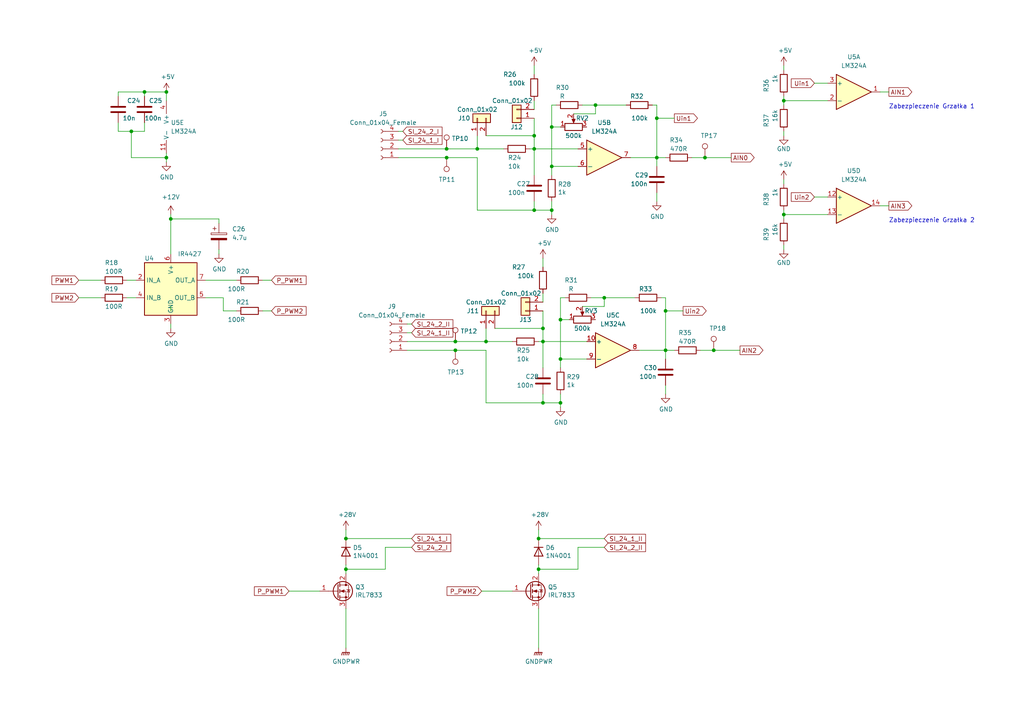
<source format=kicad_sch>
(kicad_sch (version 20231120) (generator "eeschema") (generator_version "8.0")
  (paper "A4")
  (title_block (rev "v2.0"))
  (lib_symbols
    (symbol "Amplifier_Operational:LM324A" (pin_names (offset 0.127))
      (property "Reference" "U" (at 0 5.08 0))
      (property "Value" "LM324A" (at 0 -5.08 0))
      (symbol "LM324A_1_1"
        (polyline (pts (xy -5.08 5.08) (xy 5.08 0) (xy -5.08 -5.08) (xy -5.08 5.08)) (stroke (width 0.254)) (fill (type background)))
        (pin output line (at 7.62 0 180) (length 2.54) (name "~") (number "1"))
        (pin input line (at -7.62 -2.54 0) (length 2.54) (name "-") (number "2"))
        (pin input line (at -7.62 2.54 0) (length 2.54) (name "+") (number "3"))
      )
      (symbol "LM324A_2_1"
        (polyline (pts (xy -5.08 5.08) (xy 5.08 0) (xy -5.08 -5.08) (xy -5.08 5.08)) (stroke (width 0.254)) (fill (type background)))
        (pin input line (at -7.62 2.54 0) (length 2.54) (name "+") (number "5"))
        (pin input line (at -7.62 -2.54 0) (length 2.54) (name "-") (number "6"))
        (pin output line (at 7.62 0 180) (length 2.54) (name "~") (number "7"))
      )
      (symbol "LM324A_3_1"
        (polyline (pts (xy -5.08 5.08) (xy 5.08 0) (xy -5.08 -5.08) (xy -5.08 5.08)) (stroke (width 0.254)) (fill (type background)))
        (pin input line (at -7.62 2.54 0) (length 2.54) (name "+") (number "10"))
        (pin output line (at 7.62 0 180) (length 2.54) (name "~") (number "8"))
        (pin input line (at -7.62 -2.54 0) (length 2.54) (name "-") (number "9"))
      )
      (symbol "LM324A_4_1"
        (polyline (pts (xy -5.08 5.08) (xy 5.08 0) (xy -5.08 -5.08) (xy -5.08 5.08)) (stroke (width 0.254)) (fill (type background)))
        (pin input line (at -7.62 2.54 0) (length 2.54) (name "+") (number "12"))
        (pin input line (at -7.62 -2.54 0) (length 2.54) (name "-") (number "13"))
        (pin output line (at 7.62 0 180) (length 2.54) (name "~") (number "14"))
      )
      (symbol "LM324A_5_1"
        (pin power_in line (at -2.54 -7.62 90) (length 3.81) (name "V-") (number "11"))
        (pin power_in line (at -2.54 7.62 270) (length 3.81) (name "V+") (number "4"))
      )
    )
    (symbol "Connector:Conn_01x04_Female" (pin_names (offset 1.016) hide)
      (property "Reference" "J" (at 0 5.08 0))
      (property "Value" "Conn_01x04_Female" (at 0 -7.62 0))
      (symbol "Conn_01x04_Female_1_1"
        (arc (start 0 -4.572) (mid -0.5058 -5.08) (end 0 -5.588) (stroke (width 0.1524)))
        (arc (start 0 -2.032) (mid -0.5058 -2.54) (end 0 -3.048) (stroke (width 0.1524)))
        (polyline (pts (xy -1.27 -5.08) (xy -0.508 -5.08)) (stroke (width 0.1524)))
        (polyline (pts (xy -1.27 -2.54) (xy -0.508 -2.54)) (stroke (width 0.1524)))
        (polyline (pts (xy -1.27 0) (xy -0.508 0)) (stroke (width 0.1524)))
        (polyline (pts (xy -1.27 2.54) (xy -0.508 2.54)) (stroke (width 0.1524)))
        (arc (start 0 0.508) (mid -0.5058 0) (end 0 -0.508) (stroke (width 0.1524)))
        (arc (start 0 3.048) (mid -0.5058 2.54) (end 0 2.032) (stroke (width 0.1524)))
        (pin passive line (at -5.08 2.54 0) (length 3.81) (name "Pin_1") (number "1"))
        (pin passive line (at -5.08 0 0) (length 3.81) (name "Pin_2") (number "2"))
        (pin passive line (at -5.08 -2.54 0) (length 3.81) (name "Pin_3") (number "3"))
        (pin passive line (at -5.08 -5.08 0) (length 3.81) (name "Pin_4") (number "4"))
      )
    )
    (symbol "Connector:TestPoint" (pin_numbers hide) (pin_names (offset 0.762) hide)
      (property "Reference" "TP" (at 0 6.858 0))
      (property "Value" "TestPoint" (at 0 5.08 0))
      (symbol "TestPoint_0_1"
        (circle (center 0 3.302) (radius 0.762))
      )
      (symbol "TestPoint_1_1"
        (pin passive line (at 0 0 90) (length 2.54) (name "1") (number "1"))
      )
    )
    (symbol "Connector_Generic:Conn_01x02" (pin_names (offset 1.016) hide)
      (property "Reference" "J" (at 0 2.54 0))
      (property "Value" "Conn_01x02" (at 0 -5.08 0))
      (symbol "Conn_01x02_1_1"
        (rectangle (start -1.27 -2.413) (end 0 -2.667) (stroke (width 0.1524)))
        (rectangle (start -1.27 0.127) (end 0 -0.127) (stroke (width 0.1524)))
        (rectangle (start -1.27 1.27) (end 1.27 -3.81) (stroke (width 0.254)) (fill (type background)))
        (pin passive line (at -5.08 0 0) (length 3.81) (name "Pin_1") (number "1"))
        (pin passive line (at -5.08 -2.54 0) (length 3.81) (name "Pin_2") (number "2"))
      )
    )
    (symbol "Device:C" (pin_numbers hide) (pin_names (offset 0.254))
      (property "Reference" "C" (at 0.635 2.54 0))
      (property "Value" "C" (at 0.635 -2.54 0))
      (symbol "C_0_1"
        (polyline (pts (xy -2.032 -0.762) (xy 2.032 -0.762)) (stroke (width 0.508)))
        (polyline (pts (xy -2.032 0.762) (xy 2.032 0.762)) (stroke (width 0.508)))
      )
      (symbol "C_1_1"
        (pin passive line (at 0 3.81 270) (length 2.794) (name "~") (number "1"))
        (pin passive line (at 0 -3.81 90) (length 2.794) (name "~") (number "2"))
      )
    )
    (symbol "Device:C_Polarized" (pin_numbers hide) (pin_names (offset 0.254))
      (property "Reference" "C" (at 0.635 2.54 0))
      (property "Value" "C_Polarized" (at 0.635 -2.54 0))
      (symbol "C_Polarized_0_1"
        (rectangle (start -2.286 0.508) (end 2.286 1.016))
        (polyline (pts (xy -1.778 2.286) (xy -0.762 2.286)))
        (polyline (pts (xy -1.27 2.794) (xy -1.27 1.778)))
        (rectangle (start 2.286 -0.508) (end -2.286 -1.016) (fill (type outline)))
      )
      (symbol "C_Polarized_1_1"
        (pin passive line (at 0 3.81 270) (length 2.794) (name "~") (number "1"))
        (pin passive line (at 0 -3.81 90) (length 2.794) (name "~") (number "2"))
      )
    )
    (symbol "Device:R" (pin_numbers hide) (pin_names (offset 0))
      (property "Reference" "R" (at 2.032 0 90))
      (property "Value" "R" (at 0 0 90))
      (symbol "R_0_1"
        (rectangle (start -1.016 -2.54) (end 1.016 2.54) (stroke (width 0.254)))
      )
      (symbol "R_1_1"
        (pin passive line (at 0 3.81 270) (length 1.27) (name "~") (number "1"))
        (pin passive line (at 0 -3.81 90) (length 1.27) (name "~") (number "2"))
      )
    )
    (symbol "Diode:1N4001" (pin_numbers hide) (pin_names hide)
      (property "Reference" "D" (at 0 2.54 0))
      (property "Value" "1N4001" (at 0 -2.54 0))
      (symbol "1N4001_0_1"
        (polyline (pts (xy -1.27 1.27) (xy -1.27 -1.27)) (stroke (width 0.254)))
        (polyline (pts (xy 1.27 0) (xy -1.27 0)))
        (polyline (pts (xy 1.27 1.27) (xy 1.27 -1.27) (xy -1.27 0) (xy 1.27 1.27)) (stroke (width 0.254)))
      )
      (symbol "1N4001_1_1"
        (pin passive line (at -3.81 0 0) (length 2.54) (name "K") (number "1"))
        (pin passive line (at 3.81 0 180) (length 2.54) (name "A") (number "2"))
      )
    )
    (symbol "Driver_FET:MIC4427"
      (property "Reference" "U" (at -7.62 8.89 0))
      (property "Value" "MIC4427" (at 1.27 8.89 0))
      (symbol "MIC4427_0_1"
        (rectangle (start -7.62 -7.62) (end 7.62 7.62) (stroke (width 0.254)) (fill (type background)))
      )
      (symbol "MIC4427_1_1"
        (pin no_connect line (at -7.62 0 0) (length 2.54) hide (name "NC") (number "1"))
        (pin input line (at -10.16 2.54 0) (length 2.54) (name "IN_A") (number "2"))
        (pin power_in line (at 0 -10.16 90) (length 2.54) (name "GND") (number "3"))
        (pin input line (at -10.16 -2.54 0) (length 2.54) (name "IN_B") (number "4"))
        (pin output line (at 10.16 -2.54 180) (length 2.54) (name "OUT_B") (number "5"))
        (pin power_in line (at 0 10.16 270) (length 2.54) (name "V+") (number "6"))
        (pin output line (at 10.16 2.54 180) (length 2.54) (name "OUT_A") (number "7"))
        (pin no_connect line (at 7.62 0 180) (length 2.54) hide (name "NC") (number "8"))
      )
    )
    (symbol "SI_kicad-rescue:R_POT-Device" (pin_names (offset 1.016) hide)
      (property "Reference" "RV" (at -4.445 0 90))
      (property "Value" "R_POT-Device" (at -2.54 0 90))
      (symbol "R_POT-Device_0_1"
        (polyline (pts (xy 2.54 0) (xy 1.524 0)))
        (polyline (pts (xy 1.143 0) (xy 2.286 0.508) (xy 2.286 -0.508) (xy 1.143 0)) (fill (type outline)))
        (rectangle (start 1.016 2.54) (end -1.016 -2.54) (stroke (width 0.254)))
      )
      (symbol "R_POT-Device_1_1"
        (pin passive line (at 0 3.81 270) (length 1.27) (name "1") (number "1"))
        (pin passive line (at 3.81 0 180) (length 1.27) (name "2") (number "2"))
        (pin passive line (at 0 -3.81 90) (length 1.27) (name "3") (number "3"))
      )
    )
    (symbol "Transistor_FET:IRF3205" (pin_names hide)
      (property "Reference" "Q" (at 6.35 1.905 0))
      (property "Value" "IRF3205" (at 6.35 0 0))
      (symbol "IRF3205_0_1"
        (polyline (pts (xy 0.254 0) (xy -2.54 0)))
        (polyline (pts (xy 0.254 1.905) (xy 0.254 -1.905)) (stroke (width 0.254)))
        (polyline (pts (xy 0.762 -1.27) (xy 0.762 -2.286)) (stroke (width 0.254)))
        (polyline (pts (xy 0.762 0.508) (xy 0.762 -0.508)) (stroke (width 0.254)))
        (polyline (pts (xy 0.762 2.286) (xy 0.762 1.27)) (stroke (width 0.254)))
        (polyline (pts (xy 2.54 2.54) (xy 2.54 1.778)))
        (polyline (pts (xy 2.54 -2.54) (xy 2.54 0) (xy 0.762 0)))
        (polyline (pts (xy 0.762 -1.778) (xy 3.302 -1.778) (xy 3.302 1.778) (xy 0.762 1.778)))
        (polyline (pts (xy 1.016 0) (xy 2.032 0.381) (xy 2.032 -0.381) (xy 1.016 0)) (fill (type outline)))
        (polyline (pts (xy 2.794 0.508) (xy 2.921 0.381) (xy 3.683 0.381) (xy 3.81 0.254)))
        (polyline (pts (xy 3.302 0.381) (xy 2.921 -0.254) (xy 3.683 -0.254) (xy 3.302 0.381)))
        (circle (center 1.651 0) (radius 2.794) (stroke (width 0.254)))
        (circle (center 2.54 -1.778) (radius 0.254) (fill (type outline)))
        (circle (center 2.54 1.778) (radius 0.254) (fill (type outline)))
      )
      (symbol "IRF3205_1_1"
        (pin input line (at -5.08 0 0) (length 2.54) (name "G") (number "1"))
        (pin passive line (at 2.54 5.08 270) (length 2.54) (name "D") (number "2"))
        (pin passive line (at 2.54 -5.08 90) (length 2.54) (name "S") (number "3"))
      )
    )
    (symbol "power:+12V" (power) (pin_names (offset 0))
      (property "Value" "+12V" (at 0 3.556 0))
      (symbol "+12V_0_1"
        (polyline (pts (xy -0.762 1.27) (xy 0 2.54)))
        (polyline (pts (xy 0 0) (xy 0 2.54)))
        (polyline (pts (xy 0 2.54) (xy 0.762 1.27)))
      )
      (symbol "+12V_1_1"
        (pin power_in line (at 0 0 90) (length 0) hide (name "+12V") (number "1"))
      )
    )
    (symbol "power:+28V" (power) (pin_names (offset 0))
      (property "Value" "+28V" (at 0 3.81 0))
      (symbol "+28V_0_1"
        (polyline (pts (xy -0.762 1.27) (xy 0 2.54)))
        (polyline (pts (xy 0 0) (xy 0 2.54)))
        (polyline (pts (xy 0 2.54) (xy 0.762 1.27)))
      )
      (symbol "+28V_1_1"
        (pin power_in line (at 0 0 90) (length 0) hide (name "+28V") (number "1"))
      )
    )
    (symbol "power:+5V" (power) (pin_names (offset 0))
      (property "Value" "+5V" (at 0 3.556 0))
      (symbol "+5V_0_1"
        (polyline (pts (xy -0.762 1.27) (xy 0 2.54)))
        (polyline (pts (xy 0 0) (xy 0 2.54)))
        (polyline (pts (xy 0 2.54) (xy 0.762 1.27)))
      )
      (symbol "+5V_1_1"
        (pin power_in line (at 0 0 90) (length 0) hide (name "+5V") (number "1"))
      )
    )
    (symbol "power:GND" (power) (pin_names (offset 0))
      (property "Value" "GND" (at 0 -3.81 0))
      (symbol "GND_0_1"
        (polyline (pts (xy 0 0) (xy 0 -1.27) (xy 1.27 -1.27) (xy 0 -2.54) (xy -1.27 -1.27) (xy 0 -1.27)))
      )
      (symbol "GND_1_1"
        (pin power_in line (at 0 0 270) (length 0) hide (name "GND") (number "1"))
      )
    )
    (symbol "power:GNDPWR" (power) (pin_names (offset 0))
      (property "Value" "GNDPWR" (at 0 -3.302 0))
      (symbol "GNDPWR_0_1"
        (polyline (pts (xy 0 -1.27) (xy 0 0)))
        (polyline (pts (xy -1.016 -1.27) (xy -1.27 -2.032) (xy -1.27 -2.032)) (stroke (width 0.2032)))
        (polyline (pts (xy -0.508 -1.27) (xy -0.762 -2.032) (xy -0.762 -2.032)) (stroke (width 0.2032)))
        (polyline (pts (xy 0 -1.27) (xy -0.254 -2.032) (xy -0.254 -2.032)) (stroke (width 0.2032)))
        (polyline (pts (xy 0.508 -1.27) (xy 0.254 -2.032) (xy 0.254 -2.032)) (stroke (width 0.2032)))
        (polyline (pts (xy 1.016 -1.27) (xy -1.016 -1.27) (xy -1.016 -1.27)) (stroke (width 0.2032)))
        (polyline (pts (xy 1.016 -1.27) (xy 0.762 -2.032) (xy 0.762 -2.032) (xy 0.762 -2.032)) (stroke (width 0.2032)))
      )
      (symbol "GNDPWR_1_1"
        (pin power_in line (at 0 0 270) (length 0) hide (name "GNDPWR") (number "1"))
      )
    )
  )
  (junction (at 157.48 95.25))
  (junction (at 48.26 26.67))
  (junction (at 162.56 116.84))
  (junction (at 157.48 99.06))
  (junction (at 227.33 29.21))
  (junction (at 132.08 101.6))
  (junction (at 162.56 92.71))
  (junction (at 172.72 30.48))
  (junction (at 48.26 45.72))
  (junction (at 227.33 62.23))
  (junction (at 156.21 156.21))
  (junction (at 129.54 45.72))
  (junction (at 156.21 165.1))
  (junction (at 160.02 36.83))
  (junction (at 49.53 63.5))
  (junction (at 175.26 86.36))
  (junction (at 193.04 90.17))
  (junction (at 100.33 165.1))
  (junction (at 204.47 45.72))
  (junction (at 132.08 99.06))
  (junction (at 160.02 48.26))
  (junction (at 207.01 101.6))
  (junction (at 154.94 43.18))
  (junction (at 154.94 39.37))
  (junction (at 162.56 104.14))
  (junction (at 160.02 60.96))
  (junction (at 190.5 34.29))
  (junction (at 38.1 38.1))
  (junction (at 100.33 156.21))
  (junction (at 193.04 101.6))
  (junction (at 138.43 43.18))
  (junction (at 41.91 26.67))
  (junction (at 157.48 116.84))
  (junction (at 190.5 45.72))
  (junction (at 140.97 99.06))
  (junction (at 154.94 60.96))
  (junction (at 129.54 43.18))
  (wire (pts (xy 49.53 62.23) (xy 49.53 63.5)))
  (wire (pts (xy 227.33 60.96) (xy 227.33 62.23)))
  (wire (pts (xy 175.26 88.9) (xy 175.26 86.36)))
  (wire (pts (xy 118.11 93.98) (xy 119.38 93.98)))
  (wire (pts (xy 156.21 165.1) (xy 167.64 165.1)))
  (wire (pts (xy 49.53 63.5) (xy 49.53 73.66)))
  (wire (pts (xy 22.86 81.28) (xy 29.21 81.28)))
  (wire (pts (xy 38.1 38.1) (xy 41.91 38.1)))
  (wire (pts (xy 157.48 95.25) (xy 157.48 99.06)))
  (wire (pts (xy 139.7 171.45) (xy 148.59 171.45)))
  (wire (pts (xy 172.72 30.48) (xy 181.61 30.48)))
  (wire (pts (xy 154.94 19.05) (xy 154.94 21.59)))
  (wire (pts (xy 236.22 57.15) (xy 240.03 57.15)))
  (wire (pts (xy 154.94 43.18) (xy 167.64 43.18)))
  (wire (pts (xy 100.33 165.1) (xy 100.33 166.37)))
  (wire (pts (xy 115.57 45.72) (xy 129.54 45.72)))
  (wire (pts (xy 157.48 99.06) (xy 157.48 106.68)))
  (wire (pts (xy 83.82 171.45) (xy 92.71 171.45)))
  (wire (pts (xy 138.43 60.96) (xy 154.94 60.96)))
  (wire (pts (xy 154.94 43.18) (xy 154.94 50.8)))
  (wire (pts (xy 157.48 90.17) (xy 157.48 95.25)))
  (wire (pts (xy 157.48 114.3) (xy 157.48 116.84)))
  (wire (pts (xy 166.37 33.02) (xy 172.72 33.02)))
  (wire (pts (xy 172.72 33.02) (xy 172.72 30.48)))
  (wire (pts (xy 156.21 163.83) (xy 156.21 165.1)))
  (wire (pts (xy 132.08 99.06) (xy 140.97 99.06)))
  (wire (pts (xy 63.5 63.5) (xy 49.53 63.5)))
  (wire (pts (xy 49.53 88.9) (xy 49.53 90.17)))
  (wire (pts (xy 154.94 58.42) (xy 154.94 60.96)))
  (wire (pts (xy 129.54 45.72) (xy 138.43 45.72)))
  (wire (pts (xy 48.26 26.67) (xy 48.26 29.21)))
  (wire (pts (xy 162.56 114.3) (xy 162.56 116.84)))
  (wire (pts (xy 36.83 86.36) (xy 39.37 86.36)))
  (wire (pts (xy 118.11 101.6) (xy 132.08 101.6)))
  (wire (pts (xy 227.33 62.23) (xy 227.33 63.5)))
  (wire (pts (xy 140.97 116.84) (xy 157.48 116.84)))
  (wire (pts (xy 200.66 45.72) (xy 204.47 45.72)))
  (wire (pts (xy 22.86 86.36) (xy 29.21 86.36)))
  (wire (pts (xy 41.91 26.67) (xy 48.26 26.67)))
  (wire (pts (xy 100.33 153.67) (xy 100.33 156.21)))
  (wire (pts (xy 160.02 36.83) (xy 160.02 48.26)))
  (wire (pts (xy 191.77 86.36) (xy 193.04 86.36)))
  (wire (pts (xy 146.05 43.18) (xy 138.43 43.18)))
  (wire (pts (xy 175.26 86.36) (xy 184.15 86.36)))
  (wire (pts (xy 162.56 116.84) (xy 157.48 116.84)))
  (wire (pts (xy 140.97 116.84) (xy 140.97 101.6)))
  (wire (pts (xy 140.97 39.37) (xy 154.94 39.37)))
  (wire (pts (xy 138.43 39.37) (xy 138.43 43.18)))
  (wire (pts (xy 100.33 176.53) (xy 100.33 187.96)))
  (wire (pts (xy 165.1 92.71) (xy 162.56 92.71)))
  (wire (pts (xy 63.5 72.39) (xy 63.5 73.66)))
  (wire (pts (xy 236.22 24.13) (xy 240.03 24.13)))
  (wire (pts (xy 227.33 19.05) (xy 227.33 20.32)))
  (wire (pts (xy 153.67 43.18) (xy 154.94 43.18)))
  (wire (pts (xy 240.03 62.23) (xy 227.33 62.23)))
  (wire (pts (xy 41.91 38.1) (xy 41.91 35.56)))
  (wire (pts (xy 68.58 81.28) (xy 59.69 81.28)))
  (wire (pts (xy 160.02 60.96) (xy 160.02 62.23)))
  (wire (pts (xy 115.57 38.1) (xy 116.84 38.1)))
  (wire (pts (xy 227.33 27.94) (xy 227.33 29.21)))
  (wire (pts (xy 100.33 156.21) (xy 119.38 156.21)))
  (wire (pts (xy 59.69 86.36) (xy 64.77 86.36)))
  (wire (pts (xy 162.56 104.14) (xy 162.56 106.68)))
  (wire (pts (xy 115.57 43.18) (xy 129.54 43.18)))
  (wire (pts (xy 156.21 153.67) (xy 156.21 156.21)))
  (wire (pts (xy 156.21 165.1) (xy 156.21 166.37)))
  (wire (pts (xy 162.56 104.14) (xy 170.18 104.14)))
  (wire (pts (xy 132.08 101.6) (xy 140.97 101.6)))
  (wire (pts (xy 227.33 38.1) (xy 227.33 39.37)))
  (wire (pts (xy 227.33 52.07) (xy 227.33 53.34)))
  (wire (pts (xy 115.57 40.64) (xy 116.84 40.64)))
  (wire (pts (xy 160.02 48.26) (xy 160.02 50.8)))
  (wire (pts (xy 160.02 48.26) (xy 167.64 48.26)))
  (wire (pts (xy 193.04 111.76) (xy 193.04 114.3)))
  (wire (pts (xy 193.04 90.17) (xy 193.04 101.6)))
  (wire (pts (xy 34.29 38.1) (xy 38.1 38.1)))
  (wire (pts (xy 157.48 85.09) (xy 157.48 87.63)))
  (wire (pts (xy 168.91 88.9) (xy 175.26 88.9)))
  (wire (pts (xy 193.04 90.17) (xy 198.12 90.17)))
  (wire (pts (xy 143.51 95.25) (xy 157.48 95.25)))
  (wire (pts (xy 185.42 101.6) (xy 193.04 101.6)))
  (wire (pts (xy 171.45 86.36) (xy 175.26 86.36)))
  (wire (pts (xy 162.56 36.83) (xy 160.02 36.83)))
  (wire (pts (xy 63.5 64.77) (xy 63.5 63.5)))
  (wire (pts (xy 129.54 43.18) (xy 138.43 43.18)))
  (wire (pts (xy 193.04 86.36) (xy 193.04 90.17)))
  (wire (pts (xy 154.94 39.37) (xy 154.94 43.18)))
  (wire (pts (xy 227.33 29.21) (xy 227.33 30.48)))
  (wire (pts (xy 154.94 29.21) (xy 154.94 31.75)))
  (wire (pts (xy 240.03 29.21) (xy 227.33 29.21)))
  (wire (pts (xy 193.04 104.14) (xy 193.04 101.6)))
  (wire (pts (xy 207.01 101.6) (xy 214.63 101.6)))
  (wire (pts (xy 193.04 101.6) (xy 195.58 101.6)))
  (wire (pts (xy 167.64 158.75) (xy 175.26 158.75)))
  (wire (pts (xy 138.43 60.96) (xy 138.43 45.72)))
  (wire (pts (xy 203.2 101.6) (xy 207.01 101.6)))
  (wire (pts (xy 48.26 45.72) (xy 38.1 45.72)))
  (wire (pts (xy 76.2 90.17) (xy 78.74 90.17)))
  (wire (pts (xy 157.48 99.06) (xy 170.18 99.06)))
  (wire (pts (xy 48.26 45.72) (xy 48.26 44.45)))
  (wire (pts (xy 227.33 71.12) (xy 227.33 72.39)))
  (wire (pts (xy 100.33 163.83) (xy 100.33 165.1)))
  (wire (pts (xy 156.21 176.53) (xy 156.21 187.96)))
  (wire (pts (xy 204.47 45.72) (xy 212.09 45.72)))
  (wire (pts (xy 36.83 81.28) (xy 39.37 81.28)))
  (wire (pts (xy 161.29 30.48) (xy 160.02 30.48)))
  (wire (pts (xy 255.27 26.67) (xy 257.81 26.67)))
  (wire (pts (xy 111.76 165.1) (xy 111.76 158.75)))
  (wire (pts (xy 160.02 60.96) (xy 154.94 60.96)))
  (wire (pts (xy 162.56 86.36) (xy 162.56 92.71)))
  (wire (pts (xy 160.02 58.42) (xy 160.02 60.96)))
  (wire (pts (xy 156.21 156.21) (xy 175.26 156.21)))
  (wire (pts (xy 163.83 86.36) (xy 162.56 86.36)))
  (wire (pts (xy 190.5 45.72) (xy 193.04 45.72)))
  (wire (pts (xy 34.29 27.94) (xy 34.29 26.67)))
  (wire (pts (xy 41.91 27.94) (xy 41.91 26.67)))
  (wire (pts (xy 167.64 165.1) (xy 167.64 158.75)))
  (wire (pts (xy 160.02 30.48) (xy 160.02 36.83)))
  (wire (pts (xy 34.29 35.56) (xy 34.29 38.1)))
  (wire (pts (xy 76.2 81.28) (xy 78.74 81.28)))
  (wire (pts (xy 156.21 99.06) (xy 157.48 99.06)))
  (wire (pts (xy 162.56 116.84) (xy 162.56 118.11)))
  (wire (pts (xy 182.88 45.72) (xy 190.5 45.72)))
  (wire (pts (xy 168.91 30.48) (xy 172.72 30.48)))
  (wire (pts (xy 154.94 34.29) (xy 154.94 39.37)))
  (wire (pts (xy 255.27 59.69) (xy 257.81 59.69)))
  (wire (pts (xy 64.77 90.17) (xy 68.58 90.17)))
  (wire (pts (xy 34.29 26.67) (xy 41.91 26.67)))
  (wire (pts (xy 48.26 46.99) (xy 48.26 45.72)))
  (wire (pts (xy 190.5 34.29) (xy 190.5 45.72)))
  (wire (pts (xy 140.97 95.25) (xy 140.97 99.06)))
  (wire (pts (xy 190.5 48.26) (xy 190.5 45.72)))
  (wire (pts (xy 118.11 96.52) (xy 119.38 96.52)))
  (wire (pts (xy 118.11 99.06) (xy 132.08 99.06)))
  (wire (pts (xy 157.48 74.93) (xy 157.48 77.47)))
  (wire (pts (xy 162.56 92.71) (xy 162.56 104.14)))
  (wire (pts (xy 100.33 165.1) (xy 111.76 165.1)))
  (wire (pts (xy 190.5 55.88) (xy 190.5 58.42)))
  (wire (pts (xy 189.23 30.48) (xy 190.5 30.48)))
  (wire (pts (xy 64.77 86.36) (xy 64.77 90.17)))
  (wire (pts (xy 190.5 30.48) (xy 190.5 34.29)))
  (wire (pts (xy 49.53 93.98) (xy 49.53 95.25)))
  (wire (pts (xy 148.59 99.06) (xy 140.97 99.06)))
  (wire (pts (xy 111.76 158.75) (xy 119.38 158.75)))
  (wire (pts (xy 190.5 34.29) (xy 195.58 34.29)))
  (wire (pts (xy 38.1 45.72) (xy 38.1 38.1)))
  (text "Zabezpieczenie Grzałka 1" (at 257.81 31.75 0) (effects (font (size 1.27 1.27)) (justify left bottom)))
  (text "Zabezpieczenie Grzałka 2" (at 257.81 64.77 0) (effects (font (size 1.27 1.27)) (justify left bottom)))
  (global_label "PWM2" (shape input) (at 22.86 86.36 180) (property "Intersheetrefs" "${INTERSHEET_REFS}" (effects (hide yes))) (property "Odnośniki między arkuszami" "${INTERSHEET_REFS}" (effects (hide yes))))
  (global_label "SI_24_1_I" (shape input) (at 116.84 40.64 0) (property "Intersheetrefs" "${INTERSHEET_REFS}" (effects (hide yes))) (property "Odnośniki między arkuszami" "${INTERSHEET_REFS}" (effects (hide yes))))
  (global_label "P_PWM1" (shape input) (at 83.82 171.45 180) (property "Intersheetrefs" "${INTERSHEET_REFS}" (effects (hide yes))) (property "Odnośniki między arkuszami" "${INTERSHEET_REFS}" (effects (hide yes))))
  (global_label "Uin2" (shape input) (at 236.22 57.15 180) (property "Intersheetrefs" "${INTERSHEET_REFS}" (effects (hide yes))) (property "Odnośniki między arkuszami" "${INTERSHEET_REFS}" (effects (hide yes))))
  (global_label "SI_24_2_I" (shape input) (at 116.84 38.1 0) (property "Intersheetrefs" "${INTERSHEET_REFS}" (effects (hide yes))) (property "Odnośniki między arkuszami" "${INTERSHEET_REFS}" (effects (hide yes))))
  (global_label "Uin1" (shape input) (at 236.22 24.13 180) (property "Intersheetrefs" "${INTERSHEET_REFS}" (effects (hide yes))) (property "Odnośniki między arkuszami" "${INTERSHEET_REFS}" (effects (hide yes))))
  (global_label "AIN2" (shape output) (at 214.63 101.6 0) (property "Intersheetrefs" "${INTERSHEET_REFS}" (effects (hide yes))) (property "Odnośniki między arkuszami" "${INTERSHEET_REFS}" (effects (hide yes))))
  (global_label "Uin1" (shape output) (at 195.58 34.29 0) (property "Intersheetrefs" "${INTERSHEET_REFS}" (effects (hide yes))) (property "Odnośniki między arkuszami" "${INTERSHEET_REFS}" (effects (hide yes))))
  (global_label "SI_24_2_II" (shape input) (at 119.38 93.98 0) (property "Intersheetrefs" "${INTERSHEET_REFS}" (effects (hide yes))) (property "Odnośniki między arkuszami" "${INTERSHEET_REFS}" (effects (hide yes))))
  (global_label "AIN0" (shape output) (at 212.09 45.72 0) (property "Intersheetrefs" "${INTERSHEET_REFS}" (effects (hide yes))) (property "Odnośniki między arkuszami" "${INTERSHEET_REFS}" (effects (hide yes))))
  (global_label "P_PWM1" (shape input) (at 78.74 81.28 0) (property "Intersheetrefs" "${INTERSHEET_REFS}" (effects (hide yes))) (property "Odnośniki między arkuszami" "${INTERSHEET_REFS}" (effects (hide yes))))
  (global_label "SI_24_1_II" (shape input) (at 119.38 96.52 0) (property "Intersheetrefs" "${INTERSHEET_REFS}" (effects (hide yes))) (property "Odnośniki między arkuszami" "${INTERSHEET_REFS}" (effects (hide yes))))
  (global_label "P_PWM2" (shape input) (at 139.7 171.45 180) (property "Intersheetrefs" "${INTERSHEET_REFS}" (effects (hide yes))) (property "Odnośniki między arkuszami" "${INTERSHEET_REFS}" (effects (hide yes))))
  (global_label "Uin2" (shape output) (at 198.12 90.17 0) (property "Intersheetrefs" "${INTERSHEET_REFS}" (effects (hide yes))) (property "Odnośniki między arkuszami" "${INTERSHEET_REFS}" (effects (hide yes))))
  (global_label "SI_24_2_II" (shape input) (at 175.26 158.75 0) (property "Intersheetrefs" "${INTERSHEET_REFS}" (effects (hide yes))) (property "Odnośniki między arkuszami" "${INTERSHEET_REFS}" (effects (hide yes))))
  (global_label "P_PWM2" (shape input) (at 78.74 90.17 0) (property "Intersheetrefs" "${INTERSHEET_REFS}" (effects (hide yes))) (property "Odnośniki między arkuszami" "${INTERSHEET_REFS}" (effects (hide yes))))
  (global_label "SI_24_2_I" (shape input) (at 119.38 158.75 0) (property "Intersheetrefs" "${INTERSHEET_REFS}" (effects (hide yes))) (property "Odnośniki między arkuszami" "${INTERSHEET_REFS}" (effects (hide yes))))
  (global_label "AIN3" (shape output) (at 257.81 59.69 0) (property "Intersheetrefs" "${INTERSHEET_REFS}" (effects (hide yes))) (property "Odnośniki między arkuszami" "${INTERSHEET_REFS}" (effects (hide yes))))
  (global_label "SI_24_1_I" (shape input) (at 119.38 156.21 0) (property "Intersheetrefs" "${INTERSHEET_REFS}" (effects (hide yes))) (property "Odnośniki między arkuszami" "${INTERSHEET_REFS}" (effects (hide yes))))
  (global_label "SI_24_1_II" (shape input) (at 175.26 156.21 0) (property "Intersheetrefs" "${INTERSHEET_REFS}" (effects (hide yes))) (property "Odnośniki między arkuszami" "${INTERSHEET_REFS}" (effects (hide yes))))
  (global_label "PWM1" (shape input) (at 22.86 81.28 180) (property "Intersheetrefs" "${INTERSHEET_REFS}" (effects (hide yes))) (property "Odnośniki między arkuszami" "${INTERSHEET_REFS}" (effects (hide yes))))
  (global_label "AIN1" (shape output) (at 257.81 26.67 0) (property "Intersheetrefs" "${INTERSHEET_REFS}" (effects (hide yes))) (property "Odnośniki między arkuszami" "${INTERSHEET_REFS}" (effects (hide yes))))
  (symbol (lib_id "power:GND") (at 49.53 95.25 0) (unit 1)
    (property "Reference" "#PWR0148" (effects (hide yes)))
    (property "Value" "GND" (at 49.657 99.6442 0))
  )
  (symbol (lib_id "Device:R") (at 33.02 81.28 90) (unit 1)
    (property "Reference" "R18" (at 34.29 76.2 90) (effects (justify left)))
    (property "Value" "100R" (at 35.56 78.74 90) (effects (justify left)))
    (property "Footprint" "Resistor_SMD:R_0805_2012Metric_Pad1.20x1.40mm_HandSolder" (effects (hide yes)))
  )
  (symbol (lib_id "Amplifier_Operational:LM324A") (at 247.65 59.69 0) (unit 4)
    (property "Reference" "U5" (at 247.65 49.53 0))
    (property "Value" "LM324A" (at 247.65 52.07 0))
    (property "Footprint" "Package_SO:SO-14_3.9x8.65mm_P1.27mm" (effects (hide yes)))
    (property "Datasheet" "http://www.ti.com/lit/ds/symlink/lm2902-n.pdf" (effects (hide yes)))
  )
  (symbol (lib_id "power:+5V") (at 227.33 19.05 0) (unit 1)
    (property "Reference" "#PWR0107" (effects (hide yes)))
    (property "Value" "+5V" (at 227.711 14.6558 0))
  )
  (symbol (lib_id "Device:R") (at 196.85 45.72 90) (unit 1)
    (property "Reference" "R34" (at 198.12 40.64 90) (effects (justify left)))
    (property "Value" "470R" (at 199.39 43.18 90) (effects (justify left)))
    (property "Footprint" "Resistor_SMD:R_0805_2012Metric_Pad1.20x1.40mm_HandSolder" (effects (hide yes)))
  )
  (symbol (lib_id "power:GND") (at 160.02 62.23 0) (unit 1)
    (property "Reference" "#PWR0155" (effects (hide yes)))
    (property "Value" "GND" (at 160.147 66.6242 0))
  )
  (symbol (lib_id "Device:C") (at 193.04 107.95 0) (unit 1)
    (property "Reference" "C30" (at 186.69 106.68 0) (effects (justify left)))
    (property "Value" "100n" (at 185.42 109.22 0) (effects (justify left)))
    (property "Footprint" "Capacitor_SMD:C_0805_2012Metric_Pad1.18x1.45mm_HandSolder" (effects (hide yes)))
  )
  (symbol (lib_id "Connector:TestPoint") (at 129.54 45.72 180) (unit 1)
    (property "Reference" "TP11" (at 132.08 52.07 0) (effects (justify left)))
    (property "Value" "TestPoint" (effects (hide yes)))
    (property "Footprint" "TestPoint:TestPoint_Pad_D2.0mm" (effects (hide yes)))
  )
  (symbol (lib_id "Device:C") (at 157.48 110.49 0) (unit 1)
    (property "Reference" "C28" (at 152.4 109.22 0) (effects (justify left)))
    (property "Value" "100n" (at 149.86 111.76 0) (effects (justify left)))
    (property "Footprint" "Capacitor_SMD:C_0805_2012Metric_Pad1.18x1.45mm_HandSolder" (effects (hide yes)))
  )
  (symbol (lib_id "Device:R") (at 152.4 99.06 270) (unit 1)
    (property "Reference" "R25" (at 149.86 101.6 90) (effects (justify left)))
    (property "Value" "10k" (at 149.86 104.14 90) (effects (justify left)))
    (property "Footprint" "Resistor_SMD:R_0805_2012Metric_Pad1.20x1.40mm_HandSolder" (effects (hide yes)))
  )
  (symbol (lib_id "power:GNDPWR") (at 100.33 187.96 0) (unit 1)
    (property "Reference" "#PWR0150" (effects (hide yes)))
    (property "Value" "GNDPWR" (at 100.4316 191.8716 0))
  )
  (symbol (lib_id "Amplifier_Operational:LM324A") (at 175.26 45.72 0) (unit 2)
    (property "Reference" "U5" (at 175.26 35.56 0))
    (property "Value" "LM324A" (at 175.26 38.1 0))
    (property "Footprint" "Package_SO:SO-14_3.9x8.65mm_P1.27mm" (effects (hide yes)))
    (property "Datasheet" "http://www.ti.com/lit/ds/symlink/lm2902-n.pdf" (effects (hide yes)))
  )
  (symbol (lib_id "Device:R") (at 72.39 90.17 90) (unit 1)
    (property "Reference" "R21" (at 72.39 87.63 90) (effects (justify left)))
    (property "Value" "100R" (at 71.12 92.71 90) (effects (justify left)))
    (property "Footprint" "Resistor_SMD:R_0805_2012Metric_Pad1.20x1.40mm_HandSolder" (effects (hide yes)))
  )
  (symbol (lib_id "Device:R") (at 199.39 101.6 90) (unit 1)
    (property "Reference" "R35" (at 200.66 96.52 90) (effects (justify left)))
    (property "Value" "470R" (at 201.93 99.06 90) (effects (justify left)))
    (property "Footprint" "Resistor_SMD:R_0805_2012Metric_Pad1.20x1.40mm_HandSolder" (effects (hide yes)))
  )
  (symbol (lib_id "Connector:TestPoint") (at 129.54 43.18 0) (unit 1)
    (property "Reference" "TP10" (at 131.0132 40.1828 0) (effects (justify left)))
    (property "Value" "TestPoint" (effects (hide yes)))
    (property "Footprint" "TestPoint:TestPoint_Pad_D2.0mm" (effects (hide yes)))
  )
  (symbol (lib_id "Device:C") (at 190.5 52.07 0) (unit 1)
    (property "Reference" "C29" (at 184.15 50.8 0) (effects (justify left)))
    (property "Value" "100n" (at 182.88 53.34 0) (effects (justify left)))
    (property "Footprint" "Capacitor_SMD:C_0805_2012Metric_Pad1.18x1.45mm_HandSolder" (effects (hide yes)))
  )
  (symbol (lib_id "Device:C") (at 34.29 31.75 0) (unit 1)
    (property "Reference" "C24" (at 36.83 29.21 0) (effects (justify left)))
    (property "Value" "10n" (at 35.56 34.29 0) (effects (justify left)))
    (property "Footprint" "Capacitor_SMD:C_0805_2012Metric_Pad1.18x1.45mm_HandSolder" (effects (hide yes)))
  )
  (symbol (lib_id "power:+28V") (at 156.21 153.67 0) (unit 1)
    (property "Reference" "#PWR0142" (effects (hide yes)))
    (property "Value" "+28V" (at 156.591 149.2758 0))
  )
  (symbol (lib_id "Device:R") (at 185.42 30.48 90) (unit 1)
    (property "Reference" "R32" (at 186.69 27.94 90) (effects (justify left)))
    (property "Value" "100k" (at 187.96 34.29 90) (effects (justify left)))
    (property "Footprint" "Resistor_SMD:R_0805_2012Metric_Pad1.20x1.40mm_HandSolder" (effects (hide yes)))
  )
  (symbol (lib_id "power:GND") (at 162.56 118.11 0) (unit 1)
    (property "Reference" "#PWR0141" (effects (hide yes)))
    (property "Value" "GND" (at 162.687 122.5042 0))
  )
  (symbol (lib_id "Device:R") (at 157.48 81.28 180) (unit 1)
    (property "Reference" "R27" (at 152.4 77.47 0) (effects (justify left)))
    (property "Value" "100k" (at 154.94 80.01 0) (effects (justify left)))
    (property "Footprint" "Resistor_SMD:R_0805_2012Metric_Pad1.20x1.40mm_HandSolder" (effects (hide yes)))
  )
  (symbol (lib_id "Device:R") (at 187.96 86.36 90) (unit 1)
    (property "Reference" "R33" (at 189.23 83.82 90) (effects (justify left)))
    (property "Value" "100k" (at 190.5 90.17 90) (effects (justify left)))
    (property "Footprint" "Resistor_SMD:R_0805_2012Metric_Pad1.20x1.40mm_HandSolder" (effects (hide yes)))
  )
  (symbol (lib_id "SI_kicad-rescue:R_POT-Device") (at 168.91 92.71 90) (unit 1)
    (property "Reference" "RV3" (at 171.45 90.17 90))
    (property "Value" "500k" (at 168.91 95.25 90))
    (property "Footprint" "Potentiometer_THT:Potentiometer_Bourns_3296W_Vertical" (effects (hide yes)))
  )
  (symbol (lib_id "Transistor_FET:IRF3205") (at 97.79 171.45 0) (unit 1)
    (property "Reference" "Q3" (at 103.0224 170.2816 0) (effects (justify left)))
    (property "Value" "IRL7833" (at 103.0224 172.593 0) (effects (justify left)))
    (property "Footprint" "Package_TO_SOT_THT:TO-220-3_Vertical" (effects (hide yes)))
    (property "Datasheet" "http://www.irf.com/product-info/datasheets/data/irf3205.pdf" (effects (hide yes)))
  )
  (symbol (lib_id "Device:R") (at 227.33 67.31 180) (unit 1)
    (property "Reference" "R39" (at 222.25 66.04 90) (effects (justify left)))
    (property "Value" "16k" (at 224.79 64.77 90) (effects (justify left)))
    (property "Footprint" "Resistor_SMD:R_0805_2012Metric_Pad1.20x1.40mm_HandSolder" (effects (hide yes)))
  )
  (symbol (lib_id "Device:R") (at 154.94 25.4 180) (unit 1)
    (property "Reference" "R26" (at 149.86 21.59 0) (effects (justify left)))
    (property "Value" "100k" (at 152.4 24.13 0) (effects (justify left)))
    (property "Footprint" "Resistor_SMD:R_0805_2012Metric_Pad1.20x1.40mm_HandSolder" (effects (hide yes)))
  )
  (symbol (lib_id "Connector:TestPoint") (at 132.08 101.6 180) (unit 1)
    (property "Reference" "TP13" (at 134.62 107.95 0) (effects (justify left)))
    (property "Value" "TestPoint" (effects (hide yes)))
    (property "Footprint" "TestPoint:TestPoint_Pad_D2.0mm" (effects (hide yes)))
  )
  (symbol (lib_id "Device:R") (at 149.86 43.18 270) (unit 1)
    (property "Reference" "R24" (at 147.32 45.72 90) (effects (justify left)))
    (property "Value" "10k" (at 147.32 48.26 90) (effects (justify left)))
    (property "Footprint" "Resistor_SMD:R_0805_2012Metric_Pad1.20x1.40mm_HandSolder" (effects (hide yes)))
  )
  (symbol (lib_id "Diode:1N4001") (at 156.21 160.02 270) (unit 1)
    (property "Reference" "D6" (at 158.2166 158.8516 90) (effects (justify left)))
    (property "Value" "1N4001" (at 158.2166 161.163 90) (effects (justify left)))
    (property "Footprint" "Diode_SMD:D_SMA" (effects (hide yes)))
    (property "Datasheet" "http://www.vishay.com/docs/88503/1n4001.pdf" (effects (hide yes)))
  )
  (symbol (lib_id "Device:R") (at 162.56 110.49 0) (unit 1)
    (property "Reference" "R29" (at 164.338 109.3216 0) (effects (justify left)))
    (property "Value" "1k" (at 164.338 111.633 0) (effects (justify left)))
    (property "Footprint" "Resistor_SMD:R_0805_2012Metric_Pad1.20x1.40mm_HandSolder" (effects (hide yes)))
  )
  (symbol (lib_id "power:GND") (at 63.5 73.66 0) (unit 1)
    (property "Reference" "#PWR0144" (effects (hide yes)))
    (property "Value" "GND" (at 63.627 78.0542 0))
  )
  (symbol (lib_id "power:+5V") (at 227.33 52.07 0) (unit 1)
    (property "Reference" "#PWR0112" (effects (hide yes)))
    (property "Value" "+5V" (at 227.711 47.6758 0))
  )
  (symbol (lib_id "Device:R") (at 227.33 24.13 180) (unit 1)
    (property "Reference" "R36" (at 222.25 22.86 90) (effects (justify left)))
    (property "Value" "1k" (at 224.79 21.59 90) (effects (justify left)))
    (property "Footprint" "Resistor_SMD:R_0805_2012Metric_Pad1.20x1.40mm_HandSolder" (effects (hide yes)))
  )
  (symbol (lib_id "Device:R") (at 33.02 86.36 90) (unit 1)
    (property "Reference" "R19" (at 34.29 83.82 90) (effects (justify left)))
    (property "Value" "100R" (at 35.56 88.9 90) (effects (justify left)))
    (property "Footprint" "Resistor_SMD:R_0805_2012Metric_Pad1.20x1.40mm_HandSolder" (effects (hide yes)))
  )
  (symbol (lib_id "Device:R") (at 72.39 81.28 90) (unit 1)
    (property "Reference" "R20" (at 72.39 78.74 90) (effects (justify left)))
    (property "Value" "100R" (at 71.12 83.82 90) (effects (justify left)))
    (property "Footprint" "Resistor_SMD:R_0805_2012Metric_Pad1.20x1.40mm_HandSolder" (effects (hide yes)))
  )
  (symbol (lib_id "Connector:TestPoint") (at 207.01 101.6 0) (unit 1)
    (property "Reference" "TP18" (at 205.74 95.25 0) (effects (justify left)))
    (property "Value" "TestPoint" (effects (hide yes)))
    (property "Footprint" "TestPoint:TestPoint_Pad_D2.0mm" (effects (hide yes)))
  )
  (symbol (lib_id "Device:R") (at 227.33 34.29 180) (unit 1)
    (property "Reference" "R37" (at 222.25 33.02 90) (effects (justify left)))
    (property "Value" "16k" (at 224.79 31.75 90) (effects (justify left)))
    (property "Footprint" "Resistor_SMD:R_0805_2012Metric_Pad1.20x1.40mm_HandSolder" (effects (hide yes)))
  )
  (symbol (lib_id "power:+28V") (at 100.33 153.67 0) (unit 1)
    (property "Reference" "#PWR0145" (effects (hide yes)))
    (property "Value" "+28V" (at 100.711 149.2758 0))
  )
  (symbol (lib_id "Connector_Generic:Conn_01x02") (at 149.86 34.29 180) (unit 1)
    (property "Reference" "J12" (at 149.86 36.83 0))
    (property "Value" "Conn_01x02" (at 148.59 29.21 0))
    (property "Footprint" "Connector_PinHeader_2.54mm:PinHeader_1x02_P2.54mm_Vertical" (effects (hide yes)))
  )
  (symbol (lib_id "Amplifier_Operational:LM324A") (at 177.8 101.6 0) (unit 3)
    (property "Reference" "U5" (at 177.8 91.44 0))
    (property "Value" "LM324A" (at 177.8 93.98 0))
    (property "Footprint" "Package_SO:SO-14_3.9x8.65mm_P1.27mm" (effects (hide yes)))
    (property "Datasheet" "http://www.ti.com/lit/ds/symlink/lm2902-n.pdf" (effects (hide yes)))
  )
  (symbol (lib_id "Connector:TestPoint") (at 204.47 45.72 0) (unit 1)
    (property "Reference" "TP17" (at 203.2 39.37 0) (effects (justify left)))
    (property "Value" "TestPoint" (effects (hide yes)))
    (property "Footprint" "TestPoint:TestPoint_Pad_D2.0mm" (effects (hide yes)))
  )
  (symbol (lib_id "Connector:TestPoint") (at 132.08 99.06 0) (unit 1)
    (property "Reference" "TP12" (at 133.5532 96.0628 0) (effects (justify left)))
    (property "Value" "TestPoint" (effects (hide yes)))
    (property "Footprint" "TestPoint:TestPoint_Pad_D2.0mm" (effects (hide yes)))
  )
  (symbol (lib_id "power:GND") (at 190.5 58.42 0) (unit 1)
    (property "Reference" "#PWR0153" (effects (hide yes)))
    (property "Value" "GND" (at 190.627 62.8142 0))
  )
  (symbol (lib_id "Connector_Generic:Conn_01x02") (at 138.43 34.29 90) (unit 1)
    (property "Reference" "J10" (at 134.62 34.29 90))
    (property "Value" "Conn_01x02" (at 138.43 31.75 90))
    (property "Footprint" "Connector_PinHeader_2.54mm:PinHeader_1x02_P2.54mm_Vertical" (effects (hide yes)))
  )
  (symbol (lib_id "power:GND") (at 193.04 114.3 0) (unit 1)
    (property "Reference" "#PWR0154" (effects (hide yes)))
    (property "Value" "GND" (at 193.167 118.6942 0))
  )
  (symbol (lib_id "Amplifier_Operational:LM324A") (at 50.8 36.83 0) (unit 5)
    (property "Reference" "U5" (at 49.53 35.5599 0) (effects (justify left)))
    (property "Value" "LM324A" (at 49.53 38.0999 0) (effects (justify left)))
    (property "Footprint" "Package_SO:SO-14_3.9x8.65mm_P1.27mm" (effects (hide yes)))
    (property "Datasheet" "http://www.ti.com/lit/ds/symlink/lm2902-n.pdf" (effects (hide yes)))
  )
  (symbol (lib_id "SI_kicad-rescue:R_POT-Device") (at 166.37 36.83 90) (unit 1)
    (property "Reference" "RV2" (at 168.91 34.29 90))
    (property "Value" "500k" (at 166.37 39.37 90))
    (property "Footprint" "Potentiometer_THT:Potentiometer_Bourns_3296W_Vertical" (effects (hide yes)))
  )
  (symbol (lib_id "Device:R") (at 165.1 30.48 90) (unit 1)
    (property "Reference" "R30" (at 165.1 25.4 90) (effects (justify left)))
    (property "Value" "R" (at 163.83 27.94 90) (effects (justify left)))
    (property "Footprint" "Resistor_SMD:R_0805_2012Metric_Pad1.20x1.40mm_HandSolder" (effects (hide yes)))
  )
  (symbol (lib_id "Connector:Conn_01x04_Female") (at 110.49 43.18 180) (unit 1)
    (property "Reference" "J5" (at 111.125 33.02 0))
    (property "Value" "Conn_01x04_Female" (at 111.125 35.56 0))
    (property "Footprint" "Connector_JST:JST_EH_B4B-EH-A_1x04_P2.50mm_Vertical" (effects (hide yes)))
  )
  (symbol (lib_id "Device:R") (at 167.64 86.36 90) (unit 1)
    (property "Reference" "R31" (at 167.64 81.28 90) (effects (justify left)))
    (property "Value" "R" (at 166.37 83.82 90) (effects (justify left)))
    (property "Footprint" "Resistor_SMD:R_0805_2012Metric_Pad1.20x1.40mm_HandSolder" (effects (hide yes)))
  )
  (symbol (lib_id "Device:R") (at 227.33 57.15 180) (unit 1)
    (property "Reference" "R38" (at 222.25 55.88 90) (effects (justify left)))
    (property "Value" "1k" (at 224.79 54.61 90) (effects (justify left)))
    (property "Footprint" "Resistor_SMD:R_0805_2012Metric_Pad1.20x1.40mm_HandSolder" (effects (hide yes)))
  )
  (symbol (lib_id "power:GNDPWR") (at 156.21 187.96 0) (unit 1)
    (property "Reference" "#PWR0152" (effects (hide yes)))
    (property "Value" "GNDPWR" (at 156.3116 191.8716 0))
  )
  (symbol (lib_id "Diode:1N4001") (at 100.33 160.02 270) (unit 1)
    (property "Reference" "D5" (at 102.3366 158.8516 90) (effects (justify left)))
    (property "Value" "1N4001" (at 102.3366 161.163 90) (effects (justify left)))
    (property "Footprint" "Diode_SMD:D_SMA" (effects (hide yes)))
    (property "Datasheet" "http://www.vishay.com/docs/88503/1n4001.pdf" (effects (hide yes)))
  )
  (symbol (lib_id "power:GND") (at 227.33 39.37 0) (unit 1)
    (property "Reference" "#PWR0159" (effects (hide yes)))
    (property "Value" "GND" (at 227.33 43.18 0))
  )
  (symbol (lib_id "power:+12V") (at 49.53 62.23 0) (unit 1)
    (property "Reference" "#PWR020" (effects (hide yes)))
    (property "Value" "+12V" (at 49.53 57.15 0))
  )
  (symbol (lib_id "Device:R") (at 160.02 54.61 0) (unit 1)
    (property "Reference" "R28" (at 161.798 53.4416 0) (effects (justify left)))
    (property "Value" "1k" (at 161.798 55.753 0) (effects (justify left)))
    (property "Footprint" "Resistor_SMD:R_0805_2012Metric_Pad1.20x1.40mm_HandSolder" (effects (hide yes)))
  )
  (symbol (lib_id "Transistor_FET:IRF3205") (at 153.67 171.45 0) (unit 1)
    (property "Reference" "Q5" (at 158.9024 170.2816 0) (effects (justify left)))
    (property "Value" "IRL7833" (at 158.9024 172.593 0) (effects (justify left)))
    (property "Footprint" "Package_TO_SOT_THT:TO-220-3_Vertical" (effects (hide yes)))
    (property "Datasheet" "http://www.irf.com/product-info/datasheets/data/irf3205.pdf" (effects (hide yes)))
  )
  (symbol (lib_id "Connector:Conn_01x04_Female") (at 113.03 99.06 180) (unit 1)
    (property "Reference" "J9" (at 113.665 88.9 0))
    (property "Value" "Conn_01x04_Female" (at 113.665 91.44 0))
    (property "Footprint" "Connector_JST:JST_EH_B4B-EH-A_1x04_P2.50mm_Vertical" (effects (hide yes)))
  )
  (symbol (lib_id "Amplifier_Operational:LM324A") (at 247.65 26.67 0) (unit 1)
    (property "Reference" "U5" (at 247.65 16.51 0))
    (property "Value" "LM324A" (at 247.65 19.05 0))
    (property "Footprint" "Package_SO:SO-14_3.9x8.65mm_P1.27mm" (effects (hide yes)))
    (property "Datasheet" "http://www.ti.com/lit/ds/symlink/lm2902-n.pdf" (effects (hide yes)))
  )
  (symbol (lib_id "Connector_Generic:Conn_01x02") (at 152.4 90.17 180) (unit 1)
    (property "Reference" "J13" (at 152.4 92.71 0))
    (property "Value" "Conn_01x02" (at 151.13 85.09 0))
    (property "Footprint" "Connector_PinHeader_2.54mm:PinHeader_1x02_P2.54mm_Vertical" (effects (hide yes)))
  )
  (symbol (lib_id "Connector_Generic:Conn_01x02") (at 140.97 90.17 90) (unit 1)
    (property "Reference" "J11" (at 137.16 90.17 90))
    (property "Value" "Conn_01x02" (at 140.97 87.63 90))
    (property "Footprint" "Connector_PinHeader_2.54mm:PinHeader_1x02_P2.54mm_Vertical" (effects (hide yes)))
  )
  (symbol (lib_id "Device:C") (at 154.94 54.61 0) (unit 1)
    (property "Reference" "C27" (at 149.86 53.34 0) (effects (justify left)))
    (property "Value" "100n" (at 147.32 55.88 0) (effects (justify left)))
    (property "Footprint" "Capacitor_SMD:C_0805_2012Metric_Pad1.18x1.45mm_HandSolder" (effects (hide yes)))
  )
  (symbol (lib_id "power:GND") (at 48.26 46.99 0) (unit 1)
    (property "Reference" "#PWR0147" (effects (hide yes)))
    (property "Value" "GND" (at 48.387 51.3842 0))
  )
  (symbol (lib_id "power:+5V") (at 154.94 19.05 0) (unit 1)
    (property "Reference" "#PWR0156" (effects (hide yes)))
    (property "Value" "+5V" (at 155.321 14.6558 0))
  )
  (symbol (lib_id "Driver_FET:MIC4427") (at 49.53 83.82 0) (unit 1)
    (property "Reference" "U4" (at 41.91 74.93 0) (effects (justify left)))
    (property "Value" "IR4427" (at 51.5494 73.66 0) (effects (justify left)))
    (property "Footprint" "Package_SO:SOIC-8_3.9x4.9mm_P1.27mm" (effects (hide yes)))
    (property "Datasheet" "http://ww1.microchip.com/downloads/en/DeviceDoc/mic4426.pdf" (effects (hide yes)))
  )
  (symbol (lib_id "power:GND") (at 227.33 72.39 0) (unit 1)
    (property "Reference" "#PWR0158" (effects (hide yes)))
    (property "Value" "GND" (at 227.33 76.2 0))
  )
  (symbol (lib_id "power:+5V") (at 48.26 26.67 0) (unit 1)
    (property "Reference" "#PWR0143" (effects (hide yes)))
    (property "Value" "+5V" (at 48.641 22.2758 0))
  )
  (symbol (lib_id "Device:C") (at 41.91 31.75 0) (unit 1)
    (property "Reference" "C25" (at 43.18 29.21 0) (effects (justify left)))
    (property "Value" "100n" (at 41.91 34.29 0) (effects (justify left)))
    (property "Footprint" "Capacitor_SMD:C_0805_2012Metric_Pad1.18x1.45mm_HandSolder" (effects (hide yes)))
  )
  (symbol (lib_id "power:+5V") (at 157.48 74.93 0) (unit 1)
    (property "Reference" "#PWR0161" (effects (hide yes)))
    (property "Value" "+5V" (at 157.861 70.5358 0))
  )
  (symbol (lib_id "Device:C_Polarized") (at 63.5 68.58 0) (unit 1)
    (property "Reference" "C26" (at 67.31 66.4209 0) (effects (justify left)))
    (property "Value" "4.7u" (at 67.31 68.9609 0) (effects (justify left)))
    (property "Footprint" "Capacitor_SMD:CP_Elec_5x5.4" (effects (hide yes)))
  )
)
</source>
